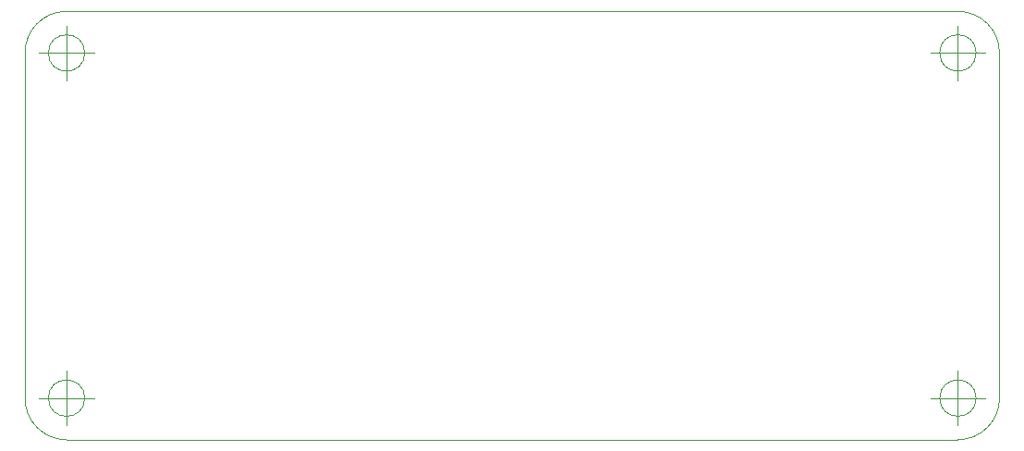
<source format=gbr>
%TF.GenerationSoftware,KiCad,Pcbnew,(6.0.7)*%
%TF.CreationDate,2022-08-09T15:02:55+02:00*%
%TF.ProjectId,LoRaMini-rounded,4c6f5261-4d69-46e6-992d-726f756e6465,rev?*%
%TF.SameCoordinates,Original*%
%TF.FileFunction,Profile,NP*%
%FSLAX46Y46*%
G04 Gerber Fmt 4.6, Leading zero omitted, Abs format (unit mm)*
G04 Created by KiCad (PCBNEW (6.0.7)) date 2022-08-09 15:02:55*
%MOMM*%
%LPD*%
G01*
G04 APERTURE LIST*
%TA.AperFunction,Profile*%
%ADD10C,0.100000*%
%TD*%
G04 APERTURE END LIST*
D10*
X181229000Y-104394000D02*
X181229000Y-136017000D01*
X181229000Y-104394000D02*
G75*
G03*
X177419000Y-100584000I-3810000J0D01*
G01*
X177419000Y-139827000D02*
G75*
G03*
X181229000Y-136017000I0J3810000D01*
G01*
X91948000Y-104394000D02*
X91948000Y-136017000D01*
X91948000Y-136017000D02*
G75*
G03*
X95758000Y-139827000I3810000J0D01*
G01*
X177419000Y-139827000D02*
X95758000Y-139827000D01*
X95758000Y-100584000D02*
G75*
G03*
X91948000Y-104394000I0J-3810000D01*
G01*
X177419000Y-100584000D02*
X95758000Y-100584000D01*
X97424665Y-136017001D02*
G75*
G03*
X97424665Y-136017001I-1666666J0D01*
G01*
X93257999Y-136017001D02*
X98257999Y-136017001D01*
X95757999Y-133517001D02*
X95757999Y-138517001D01*
X179085666Y-104394000D02*
G75*
G03*
X179085666Y-104394000I-1666666J0D01*
G01*
X174919000Y-104394000D02*
X179919000Y-104394000D01*
X177419000Y-101894000D02*
X177419000Y-106894000D01*
X97424666Y-104394000D02*
G75*
G03*
X97424666Y-104394000I-1666666J0D01*
G01*
X93258000Y-104394000D02*
X98258000Y-104394000D01*
X95758000Y-101894000D02*
X95758000Y-106894000D01*
X179085666Y-136017000D02*
G75*
G03*
X179085666Y-136017000I-1666666J0D01*
G01*
X174919000Y-136017000D02*
X179919000Y-136017000D01*
X177419000Y-133517000D02*
X177419000Y-138517000D01*
M02*

</source>
